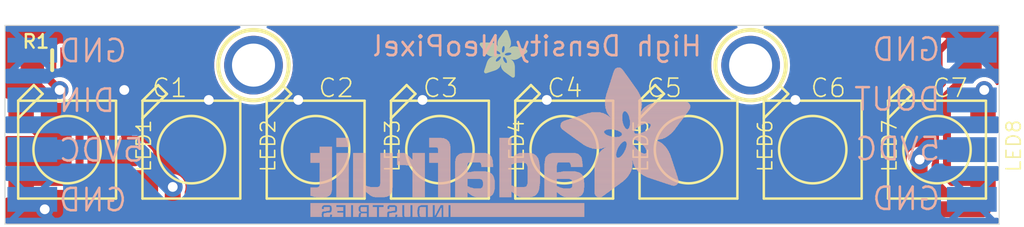
<source format=kicad_pcb>
(kicad_pcb (version 20221018) (generator pcbnew)
  (layers (0 "F.Cu" signal) (31 "B.Cu" signal) (34 "B.Paste" user) (35 "F.Paste" user) (36 "B.SilkS" user "B.Silkscreen") (37 "F.SilkS" user "F.Silkscreen") (38 "B.Mask" user) (39 "F.Mask" user) (44 "Edge.Cuts" user))
  (net 0 "")
  (net 1 "N$1")
  (net 2 "N$2")
  (net 3 "N$3")
  (net 4 "N$4")
  (net 5 "N$5")
  (net 6 "N$6")
  (net 7 "N$7")
  (net 8 "+5V")
  (net 9 "GND")
  (net 10 "N$8")
  (net 11 "N$9")
  (net 12 "N$10")
  (footprint "working:C0805K" (layer "F.Cu") (at 171.3611 101.7016 180)
    (fp_text reference "C7" (at -1 -0.875 180) (layer "F.SilkS") (effects (font (size 0.93472 0.93472) (thickness 0.08128)) (justify right top)))
    (fp_text value "")
    (pad "1" smd rect (at -1 0 180) (size 1.3 1.6) (layers "F.Cu" "F.Paste" "F.Mask") (net 8 "+5V"))
    (pad "2" smd rect (at 1 0 180) (size 1.3 1.6) (layers "F.Cu" "F.Paste" "F.Mask") (net 9 "GND"))
  )
  (footprint "working:C0805K" (layer "F.Cu") (at 151.6761 101.7016 180)
    (fp_text reference "C4" (at -1 -0.875 180) (layer "F.SilkS") (effects (font (size 0.93472 0.93472) (thickness 0.08128)) (justify right top)))
    (fp_text value "")
    (pad "1" smd rect (at -1 0 180) (size 1.3 1.6) (layers "F.Cu" "F.Paste" "F.Mask") (net 8 "+5V"))
    (pad "2" smd rect (at 1 0 180) (size 1.3 1.6) (layers "F.Cu" "F.Paste" "F.Mask") (net 9 "GND"))
  )
  (footprint "working:WS2812B-NARROW" (layer "F.Cu") (at 132.6261 106.2736)
    (fp_text reference "LED2" (at 3.4925 -1.5875 90) (layer "F.SilkS") (effects (font (size 0.73152 0.73152) (thickness 0.08128)) (justify right top)))
    (fp_text value "WS2812B5050" hide)
    (pad "1-VDD" smd rect (at 2.35 1.65 180) (size 1.3 1.2) (layers "F.Cu" "F.Paste" "F.Mask") (net 8 "+5V"))
    (pad "2-DOUT" smd rect (at 2.35 -1.65 180) (size 1.3 1.2) (layers "F.Cu" "F.Paste" "F.Mask") (net 2 "N$2"))
    (pad "3-GND" smd rect (at -2.35 -1.65 180) (size 1.3 1.2) (layers "F.Cu" "F.Paste" "F.Mask") (net 9 "GND"))
    (pad "4-DIN" smd rect (at -2.35 1.65 180) (size 1.3 1.2) (layers "F.Cu" "F.Paste" "F.Mask") (net 1 "N$1"))
  )
  (footprint "working:C0805K" (layer "F.Cu") (at 131.4831 101.7016 180)
    (fp_text reference "C1" (at -1 -0.875 180) (layer "F.SilkS") (effects (font (size 0.93472 0.93472) (thickness 0.08128)) (justify right top)))
    (fp_text value "")
    (pad "1" smd rect (at -1 0 180) (size 1.3 1.6) (layers "F.Cu" "F.Paste" "F.Mask") (net 8 "+5V"))
    (pad "2" smd rect (at 1 0 180) (size 1.3 1.6) (layers "F.Cu" "F.Paste" "F.Mask") (net 9 "GND"))
  )
  (footprint "working:WS2812B-NARROW" (layer "F.Cu") (at 126.2761 106.2736)
    (fp_text reference "LED1" (at 3.4925 -1.5875 90) (layer "F.SilkS") (effects (font (size 0.73152 0.73152) (thickness 0.08128)) (justify right top)))
    (fp_text value "WS2812B5050" hide)
    (pad "1-VDD" smd rect (at 2.35 1.65 180) (size 1.3 1.2) (layers "F.Cu" "F.Paste" "F.Mask") (net 8 "+5V"))
    (pad "2-DOUT" smd rect (at 2.35 -1.65 180) (size 1.3 1.2) (layers "F.Cu" "F.Paste" "F.Mask") (net 1 "N$1"))
    (pad "3-GND" smd rect (at -2.35 -1.65 180) (size 1.3 1.2) (layers "F.Cu" "F.Paste" "F.Mask") (net 9 "GND"))
    (pad "4-DIN" smd rect (at -2.35 1.65 180) (size 1.3 1.2) (layers "F.Cu" "F.Paste" "F.Mask") (net 12 "N$10"))
  )
  (footprint "working:C0805K" (layer "F.Cu") (at 156.7561 101.7016 180)
    (fp_text reference "C5" (at -1 -0.875 180) (layer "F.SilkS") (effects (font (size 0.93472 0.93472) (thickness 0.08128)) (justify right top)))
    (fp_text value "")
    (pad "1" smd rect (at -1 0 180) (size 1.3 1.6) (layers "F.Cu" "F.Paste" "F.Mask") (net 8 "+5V"))
    (pad "2" smd rect (at 1 0 180) (size 1.3 1.6) (layers "F.Cu" "F.Paste" "F.Mask") (net 9 "GND"))
  )
  (footprint "working:C0805K" (layer "F.Cu") (at 145.3261 101.7016 180)
    (fp_text reference "C3" (at -1 -0.875 180) (layer "F.SilkS") (effects (font (size 0.93472 0.93472) (thickness 0.08128)) (justify right top)))
    (fp_text value "")
    (pad "1" smd rect (at -1 0 180) (size 1.3 1.6) (layers "F.Cu" "F.Paste" "F.Mask") (net 8 "+5V"))
    (pad "2" smd rect (at 1 0 180) (size 1.3 1.6) (layers "F.Cu" "F.Paste" "F.Mask") (net 9 "GND"))
  )
  (footprint "working:FIDUCIAL_1MM" (layer "F.Cu") (at 128.4351 101.7016)
    (fp_text reference "FID1" hide)
    (fp_text value "FIDUCIAL\"\"" hide)
    (pad "1" smd roundrect (at 0 0) (size 1 1) (layers "F.Cu" "F.Mask") (roundrect_rratio 0.5))
  )
  (footprint "working:WS2812B-NARROW" (layer "F.Cu") (at 164.3761 106.2736)
    (fp_text reference "LED7" (at 3.4925 -1.5875 90) (layer "F.SilkS") (effects (font (size 0.73152 0.73152) (thickness 0.08128)) (justify right top)))
    (fp_text value "WS2812B5050" hide)
    (pad "1-VDD" smd rect (at 2.35 1.65 180) (size 1.3 1.2) (layers "F.Cu" "F.Paste" "F.Mask") (net 8 "+5V"))
    (pad "2-DOUT" smd rect (at 2.35 -1.65 180) (size 1.3 1.2) (layers "F.Cu" "F.Paste" "F.Mask") (net 7 "N$7"))
    (pad "3-GND" smd rect (at -2.35 -1.65 180) (size 1.3 1.2) (layers "F.Cu" "F.Paste" "F.Mask") (net 9 "GND"))
    (pad "4-DIN" smd rect (at -2.35 1.65 180) (size 1.3 1.2) (layers "F.Cu" "F.Paste" "F.Mask") (net 6 "N$6"))
  )
  (footprint "working:MOUNTINGHOLE_2.0_PLATED" (layer "F.Cu") (at 135.8011 101.9556)
    (fp_text reference "U$2" hide)
    (fp_text value "MOUNTINGHOLE2.0" hide)
    (pad "P$1" thru_hole circle (at 0 0) (size 3 3) (drill 2.2) (layers "*.Cu" "*.Mask"))
    (zone (net 0) (net_name "") (layer "F.Cu") (connect_pads (clearance 0)) (min_thickness 0.25)
      (keepout (tracks not_allowed) (vias not_allowed) (pads not_allowed) (copperpour not_allowed) (footprints allowed))
      (fill (thermal_gap 0.5) (thermal_bridge_width 0.5))
      (polygon (pts (xy 137.8171 101.9556) (xy 137.79748 101.675027) (xy 137.739004 101.399915) (xy 137.642808 101.135619) (xy 137.510765 100.887283) (xy 137.345446 100.65974) (xy 137.150067 100.45742) (xy 136.928433 100.28426) (xy 136.684856 100.143631) (xy 136.424078 100.03827) (xy 136.151175 99.970228) (xy 135.871457 99.940828) (xy 135.590371 99.950644) (xy 135.313385 99.999484) (xy 135.045893 100.086397) (xy 134.7931 100.209693) (xy 134.559926 100.36697) (xy 134.350911 100.555169) (xy 134.170122 100.770625) (xy 134.021078 101.009145) (xy 133.90668 101.266087) (xy 133.829154 101.53645) (xy 133.790011 101.814971) (xy 133.790011 102.096229) (xy 133.829154 102.37475) (xy 133.90668 102.645113) (xy 134.021078 102.902055) (xy 134.170122 103.140575) (xy 134.350911 103.356031) (xy 134.559926 103.54423) (xy 134.7931 103.701507) (xy 135.045893 103.824803) (xy 135.313385 103.911716) (xy 135.590371 103.960556) (xy 135.871457 103.970372) (xy 136.151175 103.940972) (xy 136.424078 103.87293) (xy 136.684856 103.767569) (xy 136.928433 103.62694) (xy 137.150067 103.45378) (xy 137.345446 103.25146) (xy 137.510765 103.023917) (xy 137.642808 102.775581) (xy 137.739004 102.511285) (xy 137.79748 102.236173)))
      (polygon (pts (xy 135.7851 101.9556) (xy 135.789786 101.966914) (xy 135.8011 101.9716) (xy 135.812414 101.966914) (xy 135.8171 101.9556) (xy 135.812414 101.944286) (xy 135.8011 101.9396) (xy 135.789786 101.944286)))
    )
    (zone (net 0) (net_name "") (layer "B.Cu") (connect_pads (clearance 0)) (min_thickness 0.25)
      (keepout (tracks not_allowed) (vias not_allowed) (pads not_allowed) (copperpour not_allowed) (footprints allowed))
      (fill (thermal_gap 0.5) (thermal_bridge_width 0.5))
      (polygon (pts (xy 137.8171 101.9556) (xy 137.79748 101.675027) (xy 137.739004 101.399915) (xy 137.642808 101.135619) (xy 137.510765 100.887283) (xy 137.345446 100.65974) (xy 137.150067 100.45742) (xy 136.928433 100.28426) (xy 136.684856 100.143631) (xy 136.424078 100.03827) (xy 136.151175 99.970228) (xy 135.871457 99.940828) (xy 135.590371 99.950644) (xy 135.313385 99.999484) (xy 135.045893 100.086397) (xy 134.7931 100.209693) (xy 134.559926 100.36697) (xy 134.350911 100.555169) (xy 134.170122 100.770625) (xy 134.021078 101.009145) (xy 133.90668 101.266087) (xy 133.829154 101.53645) (xy 133.790011 101.814971) (xy 133.790011 102.096229) (xy 133.829154 102.37475) (xy 133.90668 102.645113) (xy 134.021078 102.902055) (xy 134.170122 103.140575) (xy 134.350911 103.356031) (xy 134.559926 103.54423) (xy 134.7931 103.701507) (xy 135.045893 103.824803) (xy 135.313385 103.911716) (xy 135.590371 103.960556) (xy 135.871457 103.970372) (xy 136.151175 103.940972) (xy 136.424078 103.87293) (xy 136.684856 103.767569) (xy 136.928433 103.62694) (xy 137.150067 103.45378) (xy 137.345446 103.25146) (xy 137.510765 103.023917) (xy 137.642808 102.775581) (xy 137.739004 102.511285) (xy 137.79748 102.236173)))
      (polygon (pts (xy 135.7851 101.9556) (xy 135.789786 101.966914) (xy 135.8011 101.9716) (xy 135.812414 101.966914) (xy 135.8171 101.9556) (xy 135.812414 101.944286) (xy 135.8011 101.9396) (xy 135.789786 101.944286)))
    )
  )
  (footprint "working:WS2812B-NARROW" (layer "F.Cu") (at 145.3261 106.2736)
    (fp_text reference "LED4" (at 3.4925 -1.5875 90) (layer "F.SilkS") (effects (font (size 0.73152 0.73152) (thickness 0.08128)) (justify right top)))
    (fp_text value "WS2812B5050" hide)
    (pad "1-VDD" smd rect (at 2.35 1.65 180) (size 1.3 1.2) (layers "F.Cu" "F.Paste" "F.Mask") (net 8 "+5V"))
    (pad "2-DOUT" smd rect (at 2.35 -1.65 180) (size 1.3 1.2) (layers "F.Cu" "F.Paste" "F.Mask") (net 4 "N$4"))
    (pad "3-GND" smd rect (at -2.35 -1.65 180) (size 1.3 1.2) (layers "F.Cu" "F.Paste" "F.Mask") (net 9 "GND"))
    (pad "4-DIN" smd rect (at -2.35 1.65 180) (size 1.3 1.2) (layers "F.Cu" "F.Paste" "F.Mask") (net 3 "N$3"))
  )
  (footprint "working:FIDUCIAL_1MM" (layer "F.Cu") (at 168.1861 101.7016)
    (fp_text reference "FID3" hide)
    (fp_text value "FIDUCIAL\"\"" hide)
    (pad "1" smd roundrect (at 0 0) (size 1 1) (layers "F.Cu" "F.Mask") (roundrect_rratio 0.5))
  )
  (footprint "working:C0805K" (layer "F.Cu") (at 139.9921 101.7016 180)
    (fp_text reference "C2" (at -1 -0.875 180) (layer "F.SilkS") (effects (font (size 0.93472 0.93472) (thickness 0.08128)) (justify right top)))
    (fp_text value "")
    (pad "1" smd rect (at -1 0 180) (size 1.3 1.6) (layers "F.Cu" "F.Paste" "F.Mask") (net 8 "+5V"))
    (pad "2" smd rect (at 1 0 180) (size 1.3 1.6) (layers "F.Cu" "F.Paste" "F.Mask") (net 9 "GND"))
  )
  (footprint "working:C0805K" (layer "F.Cu") (at 165.1381 101.7016 180)
    (fp_text reference "C6" (at -1 -0.875 180) (layer "F.SilkS") (effects (font (size 0.93472 0.93472) (thickness 0.08128)) (justify right top)))
    (fp_text value "")
    (pad "1" smd rect (at -1 0 180) (size 1.3 1.6) (layers "F.Cu" "F.Paste" "F.Mask") (net 8 "+5V"))
    (pad "2" smd rect (at 1 0 180) (size 1.3 1.6) (layers "F.Cu" "F.Paste" "F.Mask") (net 9 "GND"))
  )
  (footprint "working:WS2812B-NARROW" (layer "F.Cu") (at 170.7261 106.2736)
    (fp_text reference "LED8" (at 3.4925 -1.5875 90) (layer "F.SilkS") (effects (font (size 0.73152 0.73152) (thickness 0.08128)) (justify right top)))
    (fp_text value "WS2812B5050" hide)
    (pad "1-VDD" smd rect (at 2.35 1.65 180) (size 1.3 1.2) (layers "F.Cu" "F.Paste" "F.Mask") (net 8 "+5V"))
    (pad "2-DOUT" smd rect (at 2.35 -1.65 180) (size 1.3 1.2) (layers "F.Cu" "F.Paste" "F.Mask") (net 11 "N$9"))
    (pad "3-GND" smd rect (at -2.35 -1.65 180) (size 1.3 1.2) (layers "F.Cu" "F.Paste" "F.Mask") (net 9 "GND"))
    (pad "4-DIN" smd rect (at -2.35 1.65 180) (size 1.3 1.2) (layers "F.Cu" "F.Paste" "F.Mask") (net 7 "N$7"))
  )
  (footprint "working:MOUNTINGHOLE_2.0_PLATED" (layer "F.Cu") (at 161.2011 101.9556)
    (fp_text reference "U$3" hide)
    (fp_text value "MOUNTINGHOLE2.0" hide)
    (pad "P$1" thru_hole circle (at 0 0) (size 3 3) (drill 2.2) (layers "*.Cu" "*.Mask"))
    (zone (net 0) (net_name "") (layer "F.Cu") (connect_pads (clearance 0)) (min_thickness 0.25)
      (keepout (tracks not_allowed) (vias not_allowed) (pads not_allowed) (copperpour not_allowed) (footprints allowed))
      (fill (thermal_gap 0.5) (thermal_bridge_width 0.5))
      (polygon (pts (xy 163.2171 101.9556) (xy 163.19748 101.675027) (xy 163.139004 101.399915) (xy 163.042808 101.135619) (xy 162.910765 100.887283) (xy 162.745446 100.65974) (xy 162.550067 100.45742) (xy 162.328433 100.28426) (xy 162.084856 100.143631) (xy 161.824078 100.03827) (xy 161.551175 99.970228) (xy 161.271457 99.940828) (xy 160.990371 99.950644) (xy 160.713385 99.999484) (xy 160.445893 100.086397) (xy 160.1931 100.209693) (xy 159.959926 100.36697) (xy 159.750911 100.555169) (xy 159.570122 100.770625) (xy 159.421078 101.009145) (xy 159.30668 101.266087) (xy 159.229154 101.53645) (xy 159.190011 101.814971) (xy 159.190011 102.096229) (xy 159.229154 102.37475) (xy 159.30668 102.645113) (xy 159.421078 102.902055) (xy 159.570122 103.140575) (xy 159.750911 103.356031) (xy 159.959926 103.54423) (xy 160.1931 103.701507) (xy 160.445893 103.824803) (xy 160.713385 103.911716) (xy 160.990371 103.960556) (xy 161.271457 103.970372) (xy 161.551175 103.940972) (xy 161.824078 103.87293) (xy 162.084856 103.767569) (xy 162.328433 103.62694) (xy 162.550067 103.45378) (xy 162.745446 103.25146) (xy 162.910765 103.023917) (xy 163.042808 102.775581) (xy 163.139004 102.511285) (xy 163.19748 102.236173)))
      (polygon (pts (xy 161.1851 101.9556) (xy 161.189786 101.966914) (xy 161.2011 101.9716) (xy 161.212414 101.966914) (xy 161.2171 101.9556) (xy 161.212414 101.944286) (xy 161.2011 101.9396) (xy 161.189786 101.944286)))
    )
    (zone (net 0) (net_name "") (layer "B.Cu") (connect_pads (clearance 0)) (min_thickness 0.25)
      (keepout (tracks not_allowed) (vias not_allowed) (pads not_allowed) (copperpour not_allowed) (footprints allowed))
      (fill (thermal_gap 0.5) (thermal_bridge_width 0.5))
      (polygon (pts (xy 163.2171 101.9556) (xy 163.19748 101.675027) (xy 163.139004 101.399915) (xy 163.042808 101.135619) (xy 162.910765 100.887283) (xy 162.745446 100.65974) (xy 162.550067 100.45742) (xy 162.328433 100.28426) (xy 162.084856 100.143631) (xy 161.824078 100.03827) (xy 161.551175 99.970228) (xy 161.271457 99.940828) (xy 160.990371 99.950644) (xy 160.713385 99.999484) (xy 160.445893 100.086397) (xy 160.1931 100.209693) (xy 159.959926 100.36697) (xy 159.750911 100.555169) (xy 159.570122 100.770625) (xy 159.421078 101.009145) (xy 159.30668 101.266087) (xy 159.229154 101.53645) (xy 159.190011 101.814971) (xy 159.190011 102.096229) (xy 159.229154 102.37475) (xy 159.30668 102.645113) (xy 159.421078 102.902055) (xy 159.570122 103.140575) (xy 159.750911 103.356031) (xy 159.959926 103.54423) (xy 160.1931 103.701507) (xy 160.445893 103.824803) (xy 160.713385 103.911716) (xy 160.990371 103.960556) (xy 161.271457 103.970372) (xy 161.551175 103.940972) (xy 161.824078 103.87293) (xy 162.084856 103.767569) (xy 162.328433 103.62694) (xy 162.550067 103.45378) (xy 162.745446 103.25146) (xy 162.910765 103.023917) (xy 163.042808 102.775581) (xy 163.139004 102.511285) (xy 163.19748 102.236173)))
      (polygon (pts (xy 161.1851 101.9556) (xy 161.189786 101.966914) (xy 161.2011 101.9716) (xy 161.212414 101.966914) (xy 161.2171 101.9556) (xy 161.212414 101.944286) (xy 161.2011 101.9396) (xy 161.189786 101.944286)))
    )
  )
  (footprint "working:_0805MP" (layer "F.Cu") (at 125.5141 101.7016)
    (fp_text reference "R1" (at -1.5875 -0.9525) (layer "F.SilkS") (effects (font (size 0.692831 0.692831) (thickness 0.119969)) (justify left)))
    (fp_text value "470 OHM,")
    (pad "1" smd rect (at -1.016 0) (size 1.2 1.3) (layers "F.Cu" "F.Paste" "F.Mask") (net 10 "N$8"))
    (pad "2" smd rect (at 1.016 0) (size 1.2 1.3) (layers "F.Cu" "F.Paste" "F.Mask") (net 12 "N$10"))
  )
  (footprint "working:WS2812B-NARROW" (layer "F.Cu") (at 151.6761 106.2736)
    (fp_text reference "LED5" (at 3.4925 -1.5875 90) (layer "F.SilkS") (effects (font (size 0.73152 0.73152) (thickness 0.08128)) (justify right top)))
    (fp_text value "WS2812B5050" hide)
    (pad "1-VDD" smd rect (at 2.35 1.65 180) (size 1.3 1.2) (layers "F.Cu" "F.Paste" "F.Mask") (net 8 "+5V"))
    (pad "2-DOUT" smd rect (at 2.35 -1.65 180) (size 1.3 1.2) (layers "F.Cu" "F.Paste" "F.Mask") (net 5 "N$5"))
    (pad "3-GND" smd rect (at -2.35 -1.65 180) (size 1.3 1.2) (layers "F.Cu" "F.Paste" "F.Mask") (net 9 "GND"))
    (pad "4-DIN" smd rect (at -2.35 1.65 180) (size 1.3 1.2) (layers "F.Cu" "F.Paste" "F.Mask") (net 4 "N$4"))
  )
  (footprint "working:WS2812B-NARROW" (layer "F.Cu") (at 158.0261 106.2736)
    (fp_text reference "LED6" (at 3.4925 -1.5875 90) (layer "F.SilkS") (effects (font (size 0.73152 0.73152) (thickness 0.08128)) (justify right top)))
    (fp_text value "WS2812B5050" hide)
    (pad "1-VDD" smd rect (at 2.35 1.65 180) (size 1.3 1.2) (layers "F.Cu" "F.Paste" "F.Mask") (net 8 "+5V"))
    (pad "2-DOUT" smd rect (at 2.35 -1.65 180) (size 1.3 1.2) (layers "F.Cu" "F.Paste" "F.Mask") (net 6 "N$6"))
    (pad "3-GND" smd rect (at -2.35 -1.65 180) (size 1.3 1.2) (layers "F.Cu" "F.Paste" "F.Mask") (net 9 "GND"))
    (pad "4-DIN" smd rect (at -2.35 1.65 180) (size 1.3 1.2) (layers "F.Cu" "F.Paste" "F.Mask") (net 5 "N$5"))
  )
  (footprint "working:WS2812B-NARROW" (layer "F.Cu") (at 138.9761 106.2736)
    (fp_text reference "LED3" (at 3.4925 -1.5875 90) (layer "F.SilkS") (effects (font (size 0.73152 0.73152) (thickness 0.08128)) (justify right top)))
    (fp_text value "WS2812B5050" hide)
    (pad "1-VDD" smd rect (at 2.35 1.65 180) (size 1.3 1.2) (layers "F.Cu" "F.Paste" "F.Mask") (net 8 "+5V"))
    (pad "2-DOUT" smd rect (at 2.35 -1.65 180) (size 1.3 1.2) (layers "F.Cu" "F.Paste" "F.Mask") (net 3 "N$3"))
    (pad "3-GND" smd rect (at -2.35 -1.65 180) (size 1.3 1.2) (layers "F.Cu" "F.Paste" "F.Mask") (net 9 "GND"))
    (pad "4-DIN" smd rect (at -2.35 1.65 180) (size 1.3 1.2) (layers "F.Cu" "F.Paste" "F.Mask") (net 2 "N$2"))
  )
  (footprint "working:ADAFRUIT_2.5MM" (layer "F.Cu") (at 147.3581 102.5906)
    (fp_text reference "U$4" hide)
    (fp_text value "" hide)
  )
  (footprint "working:ADAFRUIT_TEXT_20MM" (layer "B.Cu") (at 158.2801 109.7026 180)
    (fp_text reference "U$1" hide)
    (fp_text value "" hide)
  )
  (footprint "working:1X4-SMT" (layer "B.Cu") (at 124.4981 105.0036 90)
    (fp_text reference "CN2" hide)
    (fp_text value "1X4SMT" hide)
    (pad "1" smd rect (at -3.81 0 90) (size 1.27 2.54) (layers "B.Cu" "B.Paste" "B.Mask") (net 9 "GND"))
    (pad "2" smd rect (at -1.27 0 90) (size 1.27 2.54) (layers "B.Cu" "B.Paste" "B.Mask") (net 8 "+5V"))
    (pad "3" smd rect (at 1.27 0 90) (size 1.27 2.54) (layers "B.Cu" "B.Paste" "B.Mask") (net 10 "N$8"))
    (pad "4" smd rect (at 3.81 0 90) (size 1.27 2.54) (layers "B.Cu" "B.Paste" "B.Mask") (net 9 "GND"))
  )
  (footprint "working:1X4-SMT" (layer "B.Cu") (at 172.5041 105.0036 -90)
    (fp_text reference "CN1" hide)
    (fp_text value "1X4SMT" hide)
    (pad "1" smd rect (at -3.81 0 270) (size 1.27 2.54) (layers "B.Cu" "B.Paste" "B.Mask") (net 9 "GND"))
    (pad "2" smd rect (at -1.27 0 270) (size 1.27 2.54) (layers "B.Cu" "B.Paste" "B.Mask") (net 11 "N$9"))
    (pad "3" smd rect (at 1.27 0 270) (size 1.27 2.54) (layers "B.Cu" "B.Paste" "B.Mask") (net 8 "+5V"))
    (pad "4" smd rect (at 3.81 0 270) (size 1.27 2.54) (layers "B.Cu" "B.Paste" "B.Mask") (net 9 "GND"))
  )
  (gr_line (start 123.1011 99.9236) (end 123.1011 110.0836) (stroke (width 0.05)) (layer "Edge.Cuts"))
  (gr_line (start 173.9011 99.9236) (end 123.1011 99.9236) (stroke (width 0.05)) (layer "Edge.Cuts"))
  (gr_line (start 173.9011 110.0836) (end 173.9011 99.9236) (stroke (width 0.05)) (layer "Edge.Cuts"))
  (gr_line (start 123.1011 110.0836) (end 173.9011 110.0836) (stroke (width 0.05)) (layer "Edge.Cuts"))
  (gr_text "5VDC" (at 125.7681 105.6386) (layer "B.SilkS") (effects (font (size 1.143 1.143) (thickness 0.127)) (justify right top mirror)))
  (gr_text "GND" (at 170.9801 101.8286) (layer "B.SilkS") (effects (font (size 1.143 1.143) (thickness 0.127)) (justify left bottom mirror)))
  (gr_text "5VDC" (at 170.9801 106.9086) (layer "B.SilkS") (effects (font (size 1.143 1.143) (thickness 0.127)) (justify left bottom mirror)))
  (gr_text "GND" (at 170.9801 109.4486) (layer "B.SilkS") (effects (font (size 1.143 1.143) (thickness 0.127)) (justify left bottom mirror)))
  (gr_text "GND" (at 125.7681 108.1786) (layer "B.SilkS") (effects (font (size 1.143 1.143) (thickness 0.127)) (justify right top mirror)))
  (gr_text "GND" (at 125.7681 100.5586) (layer "B.SilkS") (effects (font (size 1.143 1.143) (thickness 0.127)) (justify right top mirror)))
  (gr_text "DIN" (at 125.7681 103.0986) (layer "B.SilkS") (effects (font (size 1.143 1.143) (thickness 0.127)) (justify right top mirror)))
  (gr_text "High Density NeoPixel" (at 158.7881 101.5746) (layer "B.SilkS") (effects (font (size 1.00584 1.00584) (thickness 0.13716)) (justify left bottom mirror)))
  (gr_text "DOUT" (at 170.9801 104.3686) (layer "B.SilkS") (effects (font (size 1.143 1.143) (thickness 0.127)) (justify left bottom mirror)))
  (segment (start 130.2761 106.5276) (end 130.0221 106.2736) (width 0.4064) (layer "F.Cu") (net 1))
  (segment (start 130.0221 106.2736) (end 128.8801 106.2736) (width 0.4064) (layer "F.Cu") (net 1))
  (segment (start 128.6261 104.6236) (end 128.6261 106.0196) (width 0.4064) (layer "F.Cu") (net 1))
  (segment (start 130.2761 107.9236) (end 130.2761 106.5276) (width 0.4064) (layer "F.Cu") (net 1))
  (segment (start 128.6261 106.0196) (end 128.8801 106.2736) (width 0.4064) (layer "F.Cu") (net 1))
  (segment (start 136.6261 107.9236) (end 136.6261 106.5276) (width 0.4064) (layer "F.Cu") (net 2))
  (segment (start 134.9761 106.0196) (end 135.2301 106.2736) (width 0.4064) (layer "F.Cu") (net 2))
  (segment (start 134.9761 104.6236) (end 134.9761 106.0196) (width 0.4064) (layer "F.Cu") (net 2))
  (segment (start 136.6261 106.5276) (end 136.3721 106.2736) (width 0.4064) (layer "F.Cu") (net 2))
  (segment (start 136.3721 106.2736) (end 135.2301 106.2736) (width 0.4064) (layer "F.Cu") (net 2))
  (segment (start 141.3261 104.6236) (end 141.3261 106.0196) (width 0.4064) (layer "F.Cu") (net 3))
  (segment (start 142.7221 106.2736) (end 141.5801 106.2736) (width 0.4064) (layer "F.Cu") (net 3))
  (segment (start 142.9761 107.9236) (end 142.9761 106.5276) (width 0.4064) (layer "F.Cu") (net 3))
  (segment (start 141.3261 106.0196) (end 141.5801 106.2736) (width 0.4064) (layer "F.Cu") (net 3))
  (segment (start 142.9761 106.5276) (end 142.7221 106.2736) (width 0.4064) (layer "F.Cu") (net 3))
  (segment (start 149.3261 107.9236) (end 149.3261 106.5276) (width 0.4064) (layer "F.Cu") (net 4))
  (segment (start 149.3261 106.5276) (end 149.0721 106.2736) (width 0.4064) (layer "F.Cu") (net 4))
  (segment (start 147.9301 106.2736) (end 149.0721 106.2736) (width 0.4064) (layer "F.Cu") (net 4))
  (segment (start 147.6761 106.0196) (end 147.9301 106.2736) (width 0.4064) (layer "F.Cu") (net 4))
  (segment (start 147.6761 104.6236) (end 147.6761 106.0196) (width 0.4064) (layer "F.Cu") (net 4))
  (segment (start 154.3431 106.2736) (end 154.8511 106.2736) (width 0.4064) (layer "F.Cu") (net 5))
  (segment (start 155.4221 106.2736) (end 154.8511 106.2736) (width 0.4064) (layer "F.Cu") (net 5))
  (segment (start 155.6761 107.9236) (end 155.6761 106.5276) (width 0.4064) (layer "F.Cu") (net 5))
  (segment (start 155.6761 106.5276) (end 155.4221 106.2736) (width 0.4064) (layer "F.Cu") (net 5))
  (segment (start 154.0261 104.6236) (end 154.0261 106.0196) (width 0.4064) (layer "F.Cu") (net 5))
  (segment (start 154.0261 106.0196) (end 154.2801 106.2736) (width 0.4064) (layer "F.Cu") (net 5))
  (segment (start 154.2801 106.2736) (end 154.3431 106.2736) (width 0.4064) (layer "F.Cu") (net 5))
  (segment (start 162.0261 107.9236) (end 162.0261 106.5276) (width 0.4064) (layer "F.Cu") (net 6))
  (segment (start 161.7721 106.2736) (end 160.6301 106.2736) (width 0.4064) (layer "F.Cu") (net 6))
  (segment (start 160.3761 106.0196) (end 160.6301 106.2736) (width 0.4064) (layer "F.Cu") (net 6))
  (segment (start 162.0261 106.5276) (end 161.7721 106.2736) (width 0.4064) (layer "F.Cu") (net 6))
  (segment (start 160.3761 104.6236) (end 160.3761 106.0196) (width 0.4064) (layer "F.Cu") (net 6))
  (segment (start 166.7261 106.0196) (end 166.9801 106.2736) (width 0.4064) (layer "F.Cu") (net 7))
  (segment (start 168.3761 107.9236) (end 168.3761 106.5276) (width 0.4064) (layer "F.Cu") (net 7))
  (segment (start 168.1221 106.2736) (end 166.9801 106.2736) (width 0.4064) (layer "F.Cu") (net 7))
  (segment (start 166.7261 104.6236) (end 166.7261 106.0196) (width 0.4064) (layer "F.Cu") (net 7))
  (segment (start 168.3761 106.5276) (end 168.1221 106.2736) (width 0.4064) (layer "F.Cu") (net 7))
  (segment (start 147.6761 107.9236) (end 147.6761 109.3216) (width 0.4064) (layer "F.Cu") (net 8))
  (segment (start 152.9301 107.9236) (end 152.6761 107.6696) (width 0.4064) (layer "F.Cu") (net 8))
  (segment (start 165.7731 102.0666) (end 166.1381 101.7016) (width 0.4064) (layer "F.Cu") (net 8))
  (segment (start 165.5191 102.9716) (end 165.7731 102.7176) (width 0.4064) (layer "F.Cu") (net 8))
  (segment (start 131.6736 109.3216) (end 136.3091 109.3216) (width 0.8128) (layer "F.Cu") (net 8))
  (segment (start 136.3091 109.3216) (end 141.6431 109.3216) (width 0.8128) (layer "F.Cu") (net 8))
  (segment (start 154.0261 107.9236) (end 152.9301 107.9236) (width 0.4064) (layer "F.Cu") (net 8))
  (segment (start 139.9921 107.6696) (end 139.9921 103.3526) (width 0.4064) (layer "F.Cu") (net 8))
  (segment (start 154.0261 107.9236) (end 154.0261 109.3216) (width 0.4064) (layer "F.Cu") (net 8))
  (segment (start 133.371243 107.9236) (end 132.4831 107.035457) (width 0.4064) (layer "F.Cu") (net 8))
  (segment (start 171.4881 107.9236) (end 171.2341 107.6696) (width 0.4064) (layer "F.Cu") (net 8))
  (segment (start 141.6431 109.3216) (end 147.7391 109.3216) (width 0.8128) (layer "F.Cu") (net 8))
  (segment (start 131.6736 108.1786) (end 131.6736 109.3216) (width 0.8128) (layer "F.Cu") (net 8))
  (segment (start 128.6261 107.9236) (end 128.6261 109.3216) (width 0.4064) (layer "F.Cu") (net 8))
  (segment (start 154.0261 109.3216) (end 154.3431 109.3216) (width 0.4064) (layer "F.Cu") (net 8))
  (segment (start 173.0761 107.9236) (end 171.4881 107.9236) (width 0.4064) (layer "F.Cu") (net 8))
  (segment (start 169.8371 109.3216) (end 173.0761 109.3216) (width 0.8128) (layer "F.Cu") (net 8))
  (segment (start 169.8371 106.7816) (end 169.8371 109.3216) (width 0.8128) (layer "F.Cu") (net 8))
  (segment (start 165.5191 107.6696) (end 165.5191 102.9716) (width 0.4064) (layer "F.Cu") (net 8))
  (segment (start 146.3261 107.6696) (end 146.3261 101.7016) (width 0.4064) (layer "F.Cu") (net 8))
  (segment (start 173.0761 109.3216) (end 173.0761 107.9236) (width 0.4064) (layer "F.Cu") (net 8))
  (segment (start 154.3431 109.3216) (end 160.9471 109.3216) (width 0.8128) (layer "F.Cu") (net 8))
  (segment (start 147.7391 109.3216) (end 154.3431 109.3216) (width 0.8128) (layer "F.Cu") (net 8))
  (segment (start 141.3261 107.9236) (end 140.2461 107.9236) (width 0.4064) (layer "F.Cu") (net 8))
  (segment (start 166.7261 109.3216) (end 167.0431 109.3216) (width 0.4064) (layer "F.Cu") (net 8))
  (segment (start 141.3261 107.9236) (end 141.3261 109.3216) (width 0.4064) (layer "F.Cu") (net 8))
  (segment (start 165.7731 102.7176) (end 165.7731 102.0666) (width 0.4064) (layer "F.Cu") (net 8))
  (segment (start 140.6271 102.0666) (end 140.9921 101.7016) (width 0.4064) (layer "F.Cu") (net 8))
  (segment (start 171.8691 102.8446) (end 171.8691 102.1936) (width 0.4064) (layer "F.Cu") (net 8))
  (segment (start 152.6761 107.6696) (end 152.6761 101.7016) (width 0.4064) (layer "F.Cu") (net 8))
  (segment (start 158.0101 107.9236) (end 160.3761 107.9236) (width 0.4064) (layer "F.Cu") (net 8))
  (segment (start 132.4831 107.035457) (end 132.4831 101.7016) (width 0.4064) (layer "F.Cu") (net 8))
  (segment (start 134.9761 107.9236) (end 133.371243 107.9236) (width 0.4064) (layer "F.Cu") (net 8))
  (segment (start 134.9761 107.9236) (end 134.9761 109.3216) (width 0.4064) (layer "F.Cu") (net 8))
  (segment (start 171.8691 102.1936) (end 172.3611 101.7016) (width 0.4064) (layer "F.Cu") (net 8))
  (segment (start 167.0431 109.3216) (end 169.8371 109.3216) (width 0.8128) (layer "F.Cu") (net 8))
  (segment (start 171.2341 107.6696) (end 171.2341 103.4796) (width 0.4064) (layer "F.Cu") (net 8))
  (segment (start 128.6261 109.3216) (end 131.6736 109.3216) (width 0.8128) (layer "F.Cu") (net 8))
  (segment (start 147.6761 109.3216) (end 147.7391 109.3216) (width 0.4064) (layer "F.Cu") (net 8))
  (segment (start 160.3761 109.3216) (end 160.9471 109.3216) (width 0.4064) (layer "F.Cu") (net 8))
  (segment (start 160.9471 109.3216) (end 167.0431 109.3216) (width 0.8128) (layer "F.Cu") (net 8))
  (segment (start 140.2461 107.9236) (end 139.9921 107.6696) (width 0.4064) (layer "F.Cu") (net 8))
  (segment (start 140.6271 102.7176) (end 140.6271 102.0666) (width 0.4064) (layer "F.Cu") (net 8))
  (segment (start 160.3761 107.9236) (end 160.3761 109.3216) (width 0.4064) (layer "F.Cu") (net 8))
  (segment (start 166.7261 107.9236) (end 165.7731 107.9236) (width 0.4064) (layer "F.Cu") (net 8))
  (segment (start 166.7261 107.9236) (end 166.7261 109.3216) (width 0.4064) (layer "F.Cu") (net 8))
  (segment (start 147.6761 107.9236) (end 146.5801 107.9236) (width 0.4064) (layer "F.Cu") (net 8))
  (segment (start 146.5801 107.9236) (end 146.3261 107.6696) (width 0.4064) (layer "F.Cu") (net 8))
  (segment (start 139.9921 103.3526) (end 140.6271 102.7176) (width 0.4064) (layer "F.Cu") (net 8))
  (segment (start 141.3261 109.3216) (end 141.6431 109.3216) (width 0.4064) (layer "F.Cu") (net 8))
  (segment (start 165.7731 107.9236) (end 165.5191 107.6696) (width 0.4064) (layer "F.Cu") (net 8))
  (segment (start 157.7561 101.7016) (end 157.7561 107.6696) (width 0.4064) (layer "F.Cu") (net 8))
  (segment (start 171.2341 103.4796) (end 171.8691 102.8446) (width 0.4064) (layer "F.Cu") (net 8))
  (segment (start 157.7561 107.6696) (end 158.0101 107.9236) (width 0.4064) (layer "F.Cu") (net 8))
  (segment (start 134.9761 109.3216) (end 136.3091 109.3216) (width 0.4064) (layer "F.Cu") (net 8))
  (via (at 131.6736 108.1786) (size 0.9064) (drill 0.5) (layers "F.Cu" "B.Cu") (net 8))
  (via (at 169.8371 106.7816) (size 0.9064) (drill 0.5) (layers "F.Cu" "B.Cu") (net 8))
  (segment (start 124.4981 106.2736) (end 129.7686 106.2736) (width 1.016) (layer "B.Cu") (net 8))
  (segment (start 129.7686 106.2736) (end 131.6736 108.1786) (width 1.016) (layer "B.Cu") (net 8))
  (segment (start 169.8371 106.7816) (end 170.3451 106.2736) (width 1.016) (layer "B.Cu") (net 8))
  (segment (start 170.3451 106.2736) (end 172.5041 106.2736) (width 1.016) (layer "B.Cu") (net 8))
  (via (at 125.1331 109.3216) (size 0.9064) (drill 0.5) (layers "F.Cu" "B.Cu") (net 9))
  (via (at 150.7871 103.7336) (size 0.9064) (drill 0.5) (layers "F.Cu" "B.Cu") (net 9))
  (via (at 144.4371 103.7336) (size 0.9064) (drill 0.5) (layers "F.Cu" "B.Cu") (net 9))
  (via (at 133.5151 103.7336) (size 0.9064) (drill 0.5) (layers "F.Cu" "B.Cu") (net 9))
  (via (at 138.0871 103.7336) (size 0.9064) (drill 0.5) (layers "F.Cu" "B.Cu") (net 9))
  (via (at 163.4871 103.7336) (size 0.9064) (drill 0.5) (layers "F.Cu" "B.Cu") (net 9))
  (via (at 129.1971 103.2256) (size 0.9064) (drill 0.5) (layers "F.Cu" "B.Cu") (net 9))
  (segment (start 124.4981 101.8286) (end 125.8951 103.2256) (width 0.4064) (layer "F.Cu") (net 10))
  (segment (start 124.4981 101.7016) (end 124.4981 101.8286) (width 0.4064) (layer "F.Cu") (net 10))
  (via (at 125.8951 103.2256) (size 0.9064) (drill 0.5) (layers "F.Cu" "B.Cu") (net 10))
  (segment (start 125.3871 103.7336) (end 125.8951 103.2256) (width 0.4064) (layer "B.Cu") (net 10))
  (segment (start 124.4981 103.7336) (end 125.3871 103.7336) (width 0.4064) (layer "B.Cu") (net 10))
  (segment (start 173.0761 104.6236) (end 173.1391 104.5606) (width 0.4064) (layer "F.Cu") (net 11))
  (segment (start 173.1391 104.5606) (end 173.1391 103.2256) (width 0.4064) (layer "F.Cu") (net 11))
  (via (at 173.1391 103.2256) (size 0.9064) (drill 0.5) (layers "F.Cu" "B.Cu") (net 11))
  (segment (start 173.1391 103.2256) (end 172.6311 103.7336) (width 0.4064) (layer "B.Cu") (net 11))
  (segment (start 172.6311 103.7336) (end 172.5041 103.7336) (width 0.4064) (layer "B.Cu") (net 11))
  (segment (start 126.9111 107.6696) (end 126.9111 102.0826) (width 0.4064) (layer "F.Cu") (net 12))
  (segment (start 123.9261 107.9236) (end 126.6571 107.9236) (width 0.4064) (layer "F.Cu") (net 12))
  (segment (start 126.9111 102.0826) (end 126.5301 101.7016) (width 0.4064) (layer "F.Cu") (net 12))
  (segment (start 126.6571 107.9236) (end 126.9111 107.6696) (width 0.4064) (layer "F.Cu") (net 12))
  (zone (net 9) (net_name "GND") (layer "F.Cu") (priority 6) (connect_pads (clearance 0.000001)) (min_thickness 0.1524) (fill yes (thermal_gap 0.3548) (thermal_bridge_width 0.3548))
    (polygon (pts (xy 174.1805 110.236) (xy 122.9487 110.236) (xy 122.9487 99.7712) (xy 174.1805 99.7712)))
  )
  (zone (net 9) (net_name "GND") (layer "B.Cu") (priority 6) (connect_pads (clearance 0.000001)) (min_thickness 0.127) (fill yes (thermal_gap 0.304) (thermal_bridge_width 0.304))
    (polygon (pts (xy 174.1551 110.2106) (xy 122.8471 110.2106) (xy 122.8471 99.6696) (xy 174.1551 99.6696)))
  )
)
</source>
